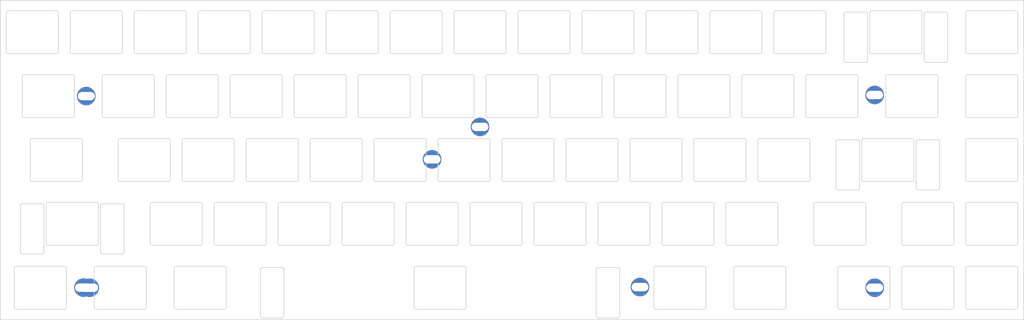
<source format=kicad_pcb>
(kicad_pcb (version 20211014) (generator pcbnew)
  (layers (0 "F.Cu" signal) (31 "B.Cu" signal) (34 "B.Paste" user) (35 "F.Paste" user) (36 "B.SilkS" user "B.Silkscreen") (37 "F.SilkS" user "F.Silkscreen") (38 "B.Mask" user) (39 "F.Mask" user) (44 "Edge.Cuts" user))
  (net 0 "")
  (net 1 "GND")
  (footprint "footprints:5.5_5x2.5mm" (layer "F.Cu") (at 26.625 85.725072)
    (fp_text reference "S8" hide)
    (fp_text value "Tofu screw")
    (pad "1" thru_hole circle locked (at 0 0) (size 5.5 5.5) (drill oval 5 2.5) (layers *.Cu *.Mask) (net 1 "GND"))
  )
  (footprint "footprints:5.5_5x2.5mm" (layer "F.Cu") (at 142.875 37.75)
    (fp_text reference "S7" hide)
    (fp_text value "Tofu screw")
    (pad "1" thru_hole circle locked (at 0 0) (size 5.5 5.5) (drill oval 5 2.5) (layers *.Cu *.Mask) (net 1 "GND"))
  )
  (footprint "footprints:5.5_5x2.5mm" (layer "F.Cu") (at 260.43 85.725072)
    (fp_text reference "S9" hide)
    (fp_text value "Tofu screw")
    (pad "1" thru_hole circle locked (at 0 0) (size 5.5 5.5) (drill oval 5 2.5) (layers *.Cu *.Mask) (net 1 "GND"))
  )
  (footprint "footprints:5.5_5x2.5mm" (layer "F.Cu") (at 260.425 28.22705)
    (fp_text reference "S2" hide)
    (fp_text value "Screw")
    (pad "1" thru_hole circle locked (at 0 0) (size 5.5 5.5) (drill oval 5 2.5) (layers *.Cu *.Mask) (net 1 "GND"))
  )
  (footprint "footprints:5.5_5x2.5mm" (layer "F.Cu") (at 25.6 28.575024)
    (fp_text reference "S1" hide)
    (fp_text value "Screw")
    (pad "1" thru_hole circle locked (at 0 0) (size 5.5 5.5) (drill oval 5 2.5) (layers *.Cu *.Mask) (net 1 "GND"))
  )
  (footprint "footprints:5.5_5x2.5mm" (layer "F.Cu") (at 128.587608 47.42504)
    (fp_text reference "S3" hide)
    (fp_text value "Screw")
    (pad "1" thru_hole circle (at 0 0) (size 5.5 5.5) (drill oval 5 2.5) (layers *.Cu *.Mask) (net 1 "GND"))
  )
  (footprint "footprints:5.5_5x2.5mm" (layer "F.Cu") (at 190.50016 85.525)
    (fp_text reference "S6" hide)
    (fp_text value "Screw")
    (pad "1" thru_hole circle locked (at 0 0) (size 5.5 5.5) (drill oval 5 2.5) (layers *.Cu *.Mask) (net 1 "GND"))
  )
  (footprint "footprints:5.5_5x2.5mm" (layer "F.Cu") (at 24.77 85.69)
    (fp_text reference "S8" hide)
    (fp_text value "Tofu screw")
    (pad "1" thru_hole circle locked (at 0 0) (size 5.5 5.5) (drill oval 5 2.5) (layers *.Cu *.Mask))
  )
  (gr_line (start 51.78125 79.825) (end 51.78125 91.625) (layer "Edge.Cuts") (width 0.2))
  (gr_arc (start 51.78125 79.825) (mid 51.927697 79.471447) (end 52.28125 79.325) (layer "Edge.Cuts") (width 0.2))
  (gr_arc (start 78.6875 60.275) (mid 79.041053 60.421447) (end 79.1875 60.775) (layer "Edge.Cuts") (width 0.2))
  (gr_arc (start 226.1125 54.025) (mid 225.758947 53.878553) (end 225.6125 53.525) (layer "Edge.Cuts") (width 0.2))
  (gr_arc (start 257.28125 60.275) (mid 257.634803 60.421447) (end 257.78125 60.775) (layer "Edge.Cuts") (width 0.2))
  (gr_arc (start 23.91875 41.225) (mid 24.272303 41.371447) (end 24.41875 41.725) (layer "Edge.Cuts") (width 0.2))
  (gr_line (start 174.4375 60.775) (end 174.4375 72.575) (layer "Edge.Cuts") (width 0.2))
  (gr_arc (start 212.0375 60.275) (mid 212.391053 60.421447) (end 212.5375 60.775) (layer "Edge.Cuts") (width 0.2))
  (gr_line (start 45.1375 60.275) (end 59.6375 60.275) (layer "Edge.Cuts") (width 0.2))
  (gr_arc (start 242.78125 73.075) (mid 242.427697 72.928553) (end 242.28125 72.575) (layer "Edge.Cuts") (width 0.2))
  (gr_arc (start 283.475 79.325) (mid 283.828553 79.471447) (end 283.975 79.825) (layer "Edge.Cuts") (width 0.2))
  (gr_line (start 259.45 15.925) (end 273.95 15.925) (layer "Edge.Cuts") (width 0.2))
  (gr_line (start 287.525 3.625) (end 287.525 15.425) (layer "Edge.Cuts") (width 0.2))
  (gr_arc (start 216.0875 60.775) (mid 216.233947 60.421447) (end 216.5875 60.275) (layer "Edge.Cuts") (width 0.2))
  (gr_arc (start 164.4125 41.225) (mid 164.766053 41.371447) (end 164.9125 41.725) (layer "Edge.Cuts") (width 0.2))
  (gr_arc (start 50.1125 41.225) (mid 50.466053 41.371447) (end 50.6125 41.725) (layer "Edge.Cuts") (width 0.2))
  (gr_line (start 97.525 3.125) (end 112.025 3.125) (layer "Edge.Cuts") (width 0.2))
  (gr_line (start 258.95 3.625) (end 258.95 15.425) (layer "Edge.Cuts") (width 0.2))
  (gr_arc (start 272.06875 53.525) (mid 271.922303 53.878553) (end 271.56875 54.025) (layer "Edge.Cuts") (width 0.2))
  (gr_line (start 207.0625 41.225) (end 221.5625 41.225) (layer "Edge.Cuts") (width 0.2))
  (gr_arc (start 287.525 60.775) (mid 287.671447 60.421447) (end 288.025 60.275) (layer "Edge.Cuts") (width 0.2))
  (gr_line (start 264.925 79.825) (end 264.925 91.625) (layer "Edge.Cuts") (width 0.2))
  (gr_arc (start 302.525 60.275) (mid 302.878553 60.421447) (end 303.025 60.775) (layer "Edge.Cuts") (width 0.2))
  (gr_line (start 88 22.175) (end 102.5 22.175) (layer "Edge.Cuts") (width 0.2))
  (gr_line (start 140.3875 73.075) (end 154.8875 73.075) (layer "Edge.Cuts") (width 0.2))
  (gr_arc (start 288.025 73.075) (mid 287.671447 72.928553) (end 287.525 72.575) (layer "Edge.Cuts") (width 0.2))
  (gr_arc (start 169.175 3.125) (mid 169.528553 3.271447) (end 169.675 3.625) (layer "Edge.Cuts") (width 0.2))
  (gr_arc (start 4.15625 79.825) (mid 4.302697 79.471447) (end 4.65625 79.325) (layer "Edge.Cuts") (width 0.2))
  (gr_arc (start 279.25675 41.625) (mid 279.610303 41.771447) (end 279.75675 42.125) (layer "Edge.Cuts") (width 0.2))
  (gr_line (start 45.1375 73.075) (end 59.6375 73.075) (layer "Edge.Cuts") (width 0.2))
  (gr_line (start 30.36925 75.675) (end 36.36925 75.675) (layer "Edge.Cuts") (width 0.2))
  (gr_arc (start 45.35 22.175) (mid 45.703553 22.321447) (end 45.85 22.675) (layer "Edge.Cuts") (width 0.2))
  (gr_line (start 88.7125 41.725) (end 88.7125 53.525) (layer "Edge.Cuts") (width 0.2))
  (gr_arc (start 64.1875 73.075) (mid 63.833947 72.928553) (end 63.6875 72.575) (layer "Edge.Cuts") (width 0.2))
  (gr_arc (start 187.5125 41.725) (mid 187.658947 41.371447) (end 188.0125 41.225) (layer "Edge.Cuts") (width 0.2))
  (gr_arc (start 225.6125 41.725) (mid 225.758947 41.371447) (end 226.1125 41.225) (layer "Edge.Cuts") (width 0.2))
  (gr_line (start 130.8625 41.225) (end 145.3625 41.225) (layer "Edge.Cuts") (width 0.2))
  (gr_line (start 64.1875 60.275) (end 78.6875 60.275) (layer "Edge.Cuts") (width 0.2))
  (gr_line (start 54.1625 41.725) (end 54.1625 53.525) (layer "Edge.Cuts") (width 0.2))
  (gr_arc (start 24.41875 53.525) (mid 24.272303 53.878553) (end 23.91875 54.025) (layer "Edge.Cuts") (width 0.2))
  (gr_line (start 230.375 3.625) (end 230.375 15.425) (layer "Edge.Cuts") (width 0.2))
  (gr_line (start 0 0) (end 304.8 0) (layer "Edge.Cuts") (width 0.2))
  (gr_line (start 288.025 92.125) (end 302.525 92.125) (layer "Edge.Cuts") (width 0.2))
  (gr_line (start 84.46875 80.225) (end 84.46875 94.225) (layer "Edge.Cuts") (width 0.2))
  (gr_arc (start 207.275 3.125) (mid 207.628553 3.271447) (end 207.775 3.625) (layer "Edge.Cuts") (width 0.2))
  (gr_line (start 240.4 34.975) (end 254.9 34.975) (layer "Edge.Cuts") (width 0.2))
  (gr_arc (start 158.9375 60.775) (mid 159.083947 60.421447) (end 159.4375 60.275) (layer "Edge.Cuts") (width 0.2))
  (gr_line (start 45.85 22.675) (end 45.85 34.475) (layer "Edge.Cuts") (width 0.2))
  (gr_arc (start 169.675 15.425) (mid 169.528553 15.778553) (end 169.175 15.925) (layer "Edge.Cuts") (width 0.2))
  (gr_arc (start 184.46875 94.225) (mid 184.322303 94.578553) (end 183.96875 94.725) (layer "Edge.Cuts") (width 0.2))
  (gr_line (start 230.875 3.125) (end 245.375 3.125) (layer "Edge.Cuts") (width 0.2))
  (gr_arc (start 258.95 3.625) (mid 259.096447 3.271447) (end 259.45 3.125) (layer "Edge.Cuts") (width 0.2))
  (gr_arc (start 144.65 22.675) (mid 144.796447 22.321447) (end 145.15 22.175) (layer "Edge.Cuts") (width 0.2))
  (gr_line (start 216.5875 60.275) (end 231.0875 60.275) (layer "Edge.Cuts") (width 0.2))
  (gr_line (start 221.35 34.975) (end 235.85 34.975) (layer "Edge.Cuts") (width 0.2))
  (gr_arc (start 111.3125 41.725) (mid 111.458947 41.371447) (end 111.8125 41.225) (layer "Edge.Cuts") (width 0.2))
  (gr_arc (start 29.86925 61.175) (mid 30.015697 60.821447) (end 30.36925 60.675) (layer "Edge.Cuts") (width 0.2))
  (gr_line (start 20.825 3.625) (end 20.825 15.425) (layer "Edge.Cuts") (width 0.2))
  (gr_arc (start 116.575 15.925) (mid 116.221447 15.778553) (end 116.075 15.425) (layer "Edge.Cuts") (width 0.2))
  (gr_line (start 173.225 3.625) (end 173.225 15.425) (layer "Edge.Cuts") (width 0.2))
  (gr_arc (start 107.7625 53.525) (mid 107.616053 53.878553) (end 107.2625 54.025) (layer "Edge.Cuts") (width 0.2))
  (gr_arc (start 218.46875 79.825) (mid 218.615197 79.471447) (end 218.96875 79.325) (layer "Edge.Cuts") (width 0.2))
  (gr_arc (start 150.125 3.125) (mid 150.478553 3.271447) (end 150.625 3.625) (layer "Edge.Cuts") (width 0.2))
  (gr_line (start 164.9125 41.725) (end 164.9125 53.525) (layer "Edge.Cuts") (width 0.2))
  (gr_line (start 69.6625 41.725) (end 69.6625 53.525) (layer "Edge.Cuts") (width 0.2))
  (gr_arc (start 103 34.475) (mid 102.853553 34.828553) (end 102.5 34.975) (layer "Edge.Cuts") (width 0.2))
  (gr_line (start 29.86925 61.175) (end 29.86925 75.175) (layer "Edge.Cuts") (width 0.2))
  (gr_line (start 1.775 3.625) (end 1.775 15.425) (layer "Edge.Cuts") (width 0.2))
  (gr_arc (start 288.025 34.975) (mid 287.671447 34.828553) (end 287.525 34.475) (layer "Edge.Cuts") (width 0.2))
  (gr_line (start 121.3375 60.275) (end 135.8375 60.275) (layer "Edge.Cuts") (width 0.2))
  (gr_arc (start 183.9625 53.525) (mid 183.816053 53.878553) (end 183.4625 54.025) (layer "Edge.Cuts") (width 0.2))
  (gr_line (start 202.3 34.975) (end 216.8 34.975) (layer "Edge.Cuts") (width 0.2))
  (gr_arc (start 230.875 15.925) (mid 230.521447 15.778553) (end 230.375 15.425) (layer "Edge.Cuts") (width 0.2))
  (gr_arc (start 111.8125 54.025) (mid 111.458947 53.878553) (end 111.3125 53.525) (layer "Edge.Cuts") (width 0.2))
  (gr_arc (start 240.6125 41.225) (mid 240.966053 41.371447) (end 241.1125 41.725) (layer "Edge.Cuts") (width 0.2))
  (gr_line (start 43.46875 79.825) (end 43.46875 91.625) (layer "Edge.Cuts") (width 0.2))
  (gr_arc (start 35.6125 54.025) (mid 35.258947 53.878553) (end 35.1125 53.525) (layer "Edge.Cuts") (width 0.2))
  (gr_arc (start 197.5375 73.075) (mid 197.183947 72.928553) (end 197.0375 72.575) (layer "Edge.Cuts") (width 0.2))
  (gr_arc (start 36.86925 75.175) (mid 36.722803 75.528553) (end 36.36925 75.675) (layer "Edge.Cuts") (width 0.2))
  (gr_line (start 92.7625 41.225) (end 107.2625 41.225) (layer "Edge.Cuts") (width 0.2))
  (gr_arc (start 263.7125 22.675) (mid 263.858947 22.321447) (end 264.2125 22.175) (layer "Edge.Cuts") (width 0.2))
  (gr_line (start 21.325 3.125) (end 35.825 3.125) (layer "Edge.Cuts") (width 0.2))
  (gr_line (start 231.5875 60.775) (end 231.5875 72.575) (layer "Edge.Cuts") (width 0.2))
  (gr_line (start 0 95.25) (end 0 0) (layer "Edge.Cuts") (width 0.2))
  (gr_arc (start 178.4875 73.075) (mid 178.133947 72.928553) (end 177.9875 72.575) (layer "Edge.Cuts") (width 0.2))
  (gr_arc (start 177.96875 94.725) (mid 177.615197 94.578553) (end 177.46875 94.225) (layer "Edge.Cuts") (width 0.2))
  (gr_line (start 268.975 60.275) (end 283.475 60.275) (layer "Edge.Cuts") (width 0.2))
  (gr_line (start 217.3 22.675) (end 217.3 34.475) (layer "Edge.Cuts") (width 0.2))
  (gr_arc (start 14.18125 73.075) (mid 13.827697 72.928553) (end 13.68125 72.575) (layer "Edge.Cuts") (width 0.2))
  (gr_arc (start 283.975 72.575) (mid 283.828553 72.928553) (end 283.475 73.075) (layer "Edge.Cuts") (width 0.2))
  (gr_line (start 264.2125 22.175) (end 278.7125 22.175) (layer "Edge.Cuts") (width 0.2))
  (gr_line (start 111.8125 41.225) (end 126.3125 41.225) (layer "Edge.Cuts") (width 0.2))
  (gr_line (start 288.025 22.175) (end 302.525 22.175) (layer "Edge.Cuts") (width 0.2))
  (gr_arc (start 19.15625 79.325) (mid 19.509803 79.471447) (end 19.65625 79.825) (layer "Edge.Cuts") (width 0.2))
  (gr_line (start 159.4375 73.075) (end 173.9375 73.075) (layer "Edge.Cuts") (width 0.2))
  (gr_line (start 283.975 60.775) (end 283.975 72.575) (layer "Edge.Cuts") (width 0.2))
  (gr_line (start 263.7125 22.675) (end 263.7125 34.475) (layer "Edge.Cuts") (width 0.2))
  (gr_line (start 220.85 22.675) (end 220.85 34.475) (layer "Edge.Cuts") (width 0.2))
  (gr_arc (start 29.18125 72.575) (mid 29.034803 72.928553) (end 28.68125 73.075) (layer "Edge.Cuts") (width 0.2))
  (gr_arc (start 274.45 15.425) (mid 274.303553 15.778553) (end 273.95 15.925) (layer "Edge.Cuts") (width 0.2))
  (gr_line (start 182.75 22.675) (end 182.75 34.475) (layer "Edge.Cuts") (width 0.2))
  (gr_line (start 4.65625 79.325) (end 19.15625 79.325) (layer "Edge.Cuts") (width 0.2))
  (gr_line (start 183.25 22.175) (end 197.75 22.175) (layer "Edge.Cuts") (width 0.2))
  (gr_line (start 164.2 34.975) (end 178.7 34.975) (layer "Edge.Cuts") (width 0.2))
  (gr_arc (start 35.1125 41.725) (mid 35.258947 41.371447) (end 35.6125 41.225) (layer "Edge.Cuts") (width 0.2))
  (gr_line (start 5.99325 61.175) (end 5.99325 75.175) (layer "Edge.Cuts") (width 0.2))
  (gr_line (start 256.56875 41.725) (end 256.56875 53.525) (layer "Edge.Cuts") (width 0.2))
  (gr_line (start 304.8 95.25) (end 304.8 0) (layer "Edge.Cuts") (width 0.2))
  (gr_line (start 14.18125 60.275) (end 28.68125 60.275) (layer "Edge.Cuts") (width 0.2))
  (gr_line (start 303.025 79.825) (end 303.025 91.625) (layer "Edge.Cuts") (width 0.2))
  (gr_arc (start 54.1625 41.725) (mid 54.308947 41.371447) (end 54.6625 41.225) (layer "Edge.Cuts") (width 0.2))
  (gr_line (start 123.21875 79.825) (end 123.21875 91.625) (layer "Edge.Cuts") (width 0.2))
  (gr_arc (start 59.6375 60.275) (mid 59.991053 60.421447) (end 60.1375 60.775) (layer "Edge.Cuts") (width 0.2))
  (gr_arc (start 222.0625 53.525) (mid 221.916053 53.878553) (end 221.5625 54.025) (layer "Edge.Cuts") (width 0.2))
  (gr_line (start 138.71875 79.825) (end 138.71875 91.625) (layer "Edge.Cuts") (width 0.2))
  (gr_arc (start 87.5 22.675) (mid 87.646447 22.321447) (end 88 22.175) (layer "Edge.Cuts") (width 0.2))
  (gr_line (start 130.3625 41.725) (end 130.3625 53.525) (layer "Edge.Cuts") (width 0.2))
  (gr_line (start 93.475 3.625) (end 93.475 15.425) (layer "Edge.Cuts") (width 0.2))
  (gr_line (start 54.6625 41.225) (end 69.1625 41.225) (layer "Edge.Cuts") (width 0.2))
  (gr_arc (start 131.575 15.425) (mid 131.428553 15.778553) (end 131.075 15.925) (layer "Edge.Cuts") (width 0.2))
  (gr_arc (start 160.15 34.475) (mid 160.003553 34.828553) (end 159.65 34.975) (layer "Edge.Cuts") (width 0.2))
  (gr_line (start 144.65 22.675) (end 144.65 34.475) (layer "Edge.Cuts") (width 0.2))
  (gr_arc (start 8.91875 41.725) (mid 9.065197 41.371447) (end 9.41875 41.225) (layer "Edge.Cuts") (width 0.2))
  (gr_arc (start 126.1 34.975) (mid 125.746447 34.828553) (end 125.6 34.475) (layer "Edge.Cuts") (width 0.2))
  (gr_arc (start 183.25 34.975) (mid 182.896447 34.828553) (end 182.75 34.475) (layer "Edge.Cuts") (width 0.2))
  (gr_arc (start 58.925 3.625) (mid 59.071447 3.271447) (end 59.425 3.125) (layer "Edge.Cuts") (width 0.2))
  (gr_arc (start 117.2875 72.575) (mid 117.141053 72.928553) (end 116.7875 73.075) (layer "Edge.Cuts") (width 0.2))
  (gr_line (start 279.75675 42.125) (end 279.75675 56.125) (layer "Edge.Cuts") (width 0.2))
  (gr_arc (start 268.975 73.075) (mid 268.621447 72.928553) (end 268.475 72.575) (layer "Edge.Cuts") (width 0.2))
  (gr_line (start 173.725 3.125) (end 188.225 3.125) (layer "Edge.Cuts") (width 0.2))
  (gr_arc (start 195.15625 92.125) (mid 194.802697 91.978553) (end 194.65625 91.625) (layer "Edge.Cuts") (width 0.2))
  (gr_line (start 195.15625 79.325) (end 209.65625 79.325) (layer "Edge.Cuts") (width 0.2))
  (gr_arc (start 168.4625 41.725) (mid 168.608947 41.371447) (end 168.9625 41.225) (layer "Edge.Cuts") (width 0.2))
  (gr_arc (start 212.5375 72.575) (mid 212.391053 72.928553) (end 212.0375 73.075) (layer "Edge.Cuts") (width 0.2))
  (gr_arc (start 251.762 18.525) (mid 251.408447 18.378553) (end 251.262 18.025) (layer "Edge.Cuts") (width 0.2))
  (gr_arc (start 36.36925 60.675) (mid 36.722803 60.821447) (end 36.86925 61.175) (layer "Edge.Cuts") (width 0.2))
  (gr_arc (start 45.1375 73.075) (mid 44.783947 72.928553) (end 44.6375 72.575) (layer "Edge.Cuts") (width 0.2))
  (gr_arc (start 303.025 15.425) (mid 302.878553 15.778553) (end 302.525 15.925) (layer "Edge.Cuts") (width 0.2))
  (gr_line (start 216.0875 60.775) (end 216.0875 72.575) (layer "Edge.Cuts") (width 0.2))
  (gr_arc (start 77.46875 80.225) (mid 77.615197 79.871447) (end 77.96875 79.725) (layer "Edge.Cuts") (width 0.2))
  (gr_arc (start 268.975 92.125) (mid 268.621447 91.978553) (end 268.475 91.625) (layer "Edge.Cuts") (width 0.2))
  (gr_line (start 149.9125 41.225) (end 164.4125 41.225) (layer "Edge.Cuts") (width 0.2))
  (gr_line (start 121.3375 73.075) (end 135.8375 73.075) (layer "Edge.Cuts") (width 0.2))
  (gr_arc (start 92.975 3.125) (mid 93.328553 3.271447) (end 93.475 3.625) (layer "Edge.Cuts") (width 0.2))
  (gr_line (start 135.625 3.125) (end 150.125 3.125) (layer "Edge.Cuts") (width 0.2))
  (gr_line (start 17.275 3.625) (end 17.275 15.425) (layer "Edge.Cuts") (width 0.2))
  (gr_arc (start 67.28125 91.625) (mid 67.134803 91.978553) (end 66.78125 92.125) (layer "Edge.Cuts") (width 0.2))
  (gr_line (start 68.95 34.975) (end 83.45 34.975) (layer "Edge.Cuts") (width 0.2))
  (gr_line (start 116.075 3.625) (end 116.075 15.425) (layer "Edge.Cuts") (width 0.2))
  (gr_line (start 230.875 15.925) (end 245.375 15.925) (layer "Edge.Cuts") (width 0.2))
  (gr_line (start 63.6875 60.775) (end 63.6875 72.575) (layer "Edge.Cuts") (width 0.2))
  (gr_line (start 141.1 22.675) (end 141.1 34.475) (layer "Edge.Cuts") (width 0.2))
  (gr_line (start 164.2 22.175) (end 178.7 22.175) (layer "Edge.Cuts") (width 0.2))
  (gr_arc (start 173.9375 60.275) (mid 174.291053 60.421447) (end 174.4375 60.775) (layer "Edge.Cuts") (width 0.2))
  (gr_line (start 40.375 15.925) (end 54.875 15.925) (layer "Edge.Cuts") (width 0.2))
  (gr_line (start 287.525 60.775) (end 287.525 72.575) (layer "Edge.Cuts") (width 0.2))
  (gr_arc (start 123.21875 79.825) (mid 123.365197 79.471447) (end 123.71875 79.325) (layer "Edge.Cuts") (width 0.2))
  (gr_line (start 258.262 4.025) (end 258.262 18.025) (layer "Edge.Cuts") (width 0.2))
  (gr_line (start 239.9 22.675) (end 239.9 34.475) (layer "Edge.Cuts") (width 0.2))
  (gr_line (start 288.025 79.325) (end 302.525 79.325) (layer "Edge.Cuts") (width 0.2))
  (gr_arc (start 178.7 22.175) (mid 179.053553 22.321447) (end 179.2 22.675) (layer "Edge.Cuts") (width 0.2))
  (gr_arc (start 92.2625 41.725) (mid 92.408947 41.371447) (end 92.7625 41.225) (layer "Edge.Cuts") (width 0.2))
  (gr_line (start 27.96875 79.825) (end 27.96875 91.625) (layer "Edge.Cuts") (width 0.2))
  (gr_arc (start 28.68125 60.275) (mid 29.034803 60.421447) (end 29.18125 60.775) (layer "Edge.Cuts") (width 0.2))
  (gr_arc (start 173.725 15.925) (mid 173.371447 15.778553) (end 173.225 15.425) (layer "Edge.Cuts") (width 0.2))
  (gr_arc (start 288.025 92.125) (mid 287.671447 91.978553) (end 287.525 91.625) (layer "Edge.Cuts") (width 0.2))
  (gr_line (start 77.46875 80.225) (end 77.46875 94.225) (layer "Edge.Cuts") (width 0.2))
  (gr_arc (start 82.7375 60.775) (mid 82.883947 60.421447) (end 83.2375 60.275) (layer "Edge.Cuts") (width 0.2))
  (gr_line (start 226.1125 54.025) (end 240.6125 54.025) (layer "Edge.Cuts") (width 0.2))
  (gr_line (start 49.9 34.975) (end 64.4 34.975) (layer "Edge.Cuts") (width 0.2))
  (gr_arc (start 268.475 60.775) (mid 268.621447 60.421447) (end 268.975 60.275) (layer "Edge.Cuts") (width 0.2))
  (gr_arc (start 235.85 22.175) (mid 236.203553 22.321447) (end 236.35 22.675) (layer "Edge.Cuts") (width 0.2))
  (gr_arc (start 278.7125 22.175) (mid 279.066053 22.321447) (end 279.2125 22.675) (layer "Edge.Cuts") (width 0.2))
  (gr_arc (start 83.96875 79.725) (mid 84.322303 79.871447) (end 84.46875 80.225) (layer "Edge.Cuts") (width 0.2))
  (gr_line (start 272.06875 41.725) (end 272.06875 53.525) (layer "Edge.Cuts") (width 0.2))
  (gr_arc (start 271.56875 41.225) (mid 271.922303 41.371447) (end 272.06875 41.725) (layer "Edge.Cuts") (width 0.2))
  (gr_line (start 7.0375 34.975) (end 21.5375 34.975) (layer "Edge.Cuts") (width 0.2))
  (gr_arc (start 216.5875 73.075) (mid 216.233947 72.928553) (end 216.0875 72.575) (layer "Edge.Cuts") (width 0.2))
  (gr_arc (start 202.5125 41.225) (mid 202.866053 41.371447) (end 203.0125 41.725) (layer "Edge.Cuts") (width 0.2))
  (gr_arc (start 13.68125 60.775) (mid 13.827697 60.421447) (end 14.18125 60.275) (layer "Edge.Cuts") (width 0.2))
  (gr_line (start 233.96875 79.825) (end 233.96875 91.625) (layer "Edge.Cuts") (width 0.2))
  (gr_arc (start 126.8125 53.525) (mid 126.666053 53.878553) (end 126.3125 54.025) (layer "Edge.Cuts") (width 0.2))
  (gr_line (start 183.25 34.975) (end 197.75 34.975) (layer "Edge.Cuts") (width 0.2))
  (gr_arc (start 283.475 60.275) (mid 283.828553 60.421447) (end 283.975 60.775) (layer "Edge.Cuts") (width 0.2))
  (gr_line (start 24.41875 41.725) (end 24.41875 53.525) (layer "Edge.Cuts") (width 0.2))
  (gr_line (start 82.7375 60.775) (end 82.7375 72.575) (layer "Edge.Cuts") (width 0.2))
  (gr_arc (start 302.525 22.175) (mid 302.878553 22.321447) (end 303.025 22.675) (layer "Edge.Cuts") (width 0.2))
  (gr_arc (start 92.7625 54.025) (mid 92.408947 53.878553) (end 92.2625 53.525) (layer "Edge.Cuts") (width 0.2))
  (gr_arc (start 240.4 34.975) (mid 240.046447 34.828553) (end 239.9 34.475) (layer "Edge.Cuts") (width 0.2))
  (gr_line (start 154.675 15.925) (end 169.175 15.925) (layer "Edge.Cuts") (width 0.2))
  (gr_line (start 92.2625 41.725) (end 92.2625 53.525) (layer "Edge.Cuts") (width 0.2))
  (gr_line (start 222.0625 41.725) (end 222.0625 53.525) (layer "Edge.Cuts") (width 0.2))
  (gr_arc (start 264.925 91.625) (mid 264.778553 91.978553) (end 264.425 92.125) (layer "Edge.Cuts") (width 0.2))
  (gr_line (start 40.375 3.125) (end 54.875 3.125) (layer "Edge.Cuts") (width 0.2))
  (gr_line (start 192.775 15.925) (end 207.275 15.925) (layer "Edge.Cuts") (width 0.2))
  (gr_line (start 273.25675 56.625) (end 279.25675 56.625) (layer "Edge.Cuts") (width 0.2))
  (gr_arc (start 116.075 3.625) (mid 116.221447 3.271447) (end 116.575 3.125) (layer "Edge.Cuts") (width 0.2))
  (gr_line (start 207.0625 54.025) (end 221.5625 54.025) (layer "Edge.Cuts") (width 0.2))
  (gr_line (start 77.96875 94.725) (end 83.96875 94.725) (layer "Edge.Cuts") (width 0.2))
  (gr_arc (start 121.55 22.175) (mid 121.903553 22.321447) (end 122.05 22.675) (layer "Edge.Cuts") (width 0.2))
  (gr_line (start 287.525 22.675) (end 287.525 34.475) (layer "Edge.Cuts") (width 0.2))
  (gr_arc (start 120.8375 60.775) (mid 120.983947 60.421447) (end 121.3375 60.275) (layer "Edge.Cuts") (width 0.2))
  (gr_line (start 149.9125 54.025) (end 164.4125 54.025) (layer "Edge.Cuts") (width 0.2))
  (gr_arc (start 73.925 3.125) (mid 74.278553 3.271447) (end 74.425 3.625) (layer "Edge.Cuts") (width 0.2))
  (gr_arc (start 22.0375 34.475) (mid 21.891053 34.828553) (end 21.5375 34.975) (layer "Edge.Cuts") (width 0.2))
  (gr_line (start 287.525 41.725) (end 287.525 53.525) (layer "Edge.Cuts") (width 0.2))
  (gr_line (start 131.575 3.625) (end 131.575 15.425) (layer "Edge.Cuts") (width 0.2))
  (gr_line (start 303.025 41.725) (end 303.025 53.525) (layer "Edge.Cuts") (width 0.2))
  (gr_line (start 268.475 60.775) (end 268.475 72.575) (layer "Edge.Cuts") (width 0.2))
  (gr_line (start 288.025 15.925) (end 302.525 15.925) (layer "Edge.Cuts") (width 0.2))
  (gr_arc (start 242.28125 60.775) (mid 242.427697 60.421447) (end 242.78125 60.275) (layer "Edge.Cuts") (width 0.2))
  (gr_arc (start 139.8875 60.775) (mid 140.033947 60.421447) (end 140.3875 60.275) (layer "Edge.Cuts") (width 0.2))
  (gr_line (start 97.525 15.925) (end 112.025 15.925) (layer "Edge.Cuts") (width 0.2))
  (gr_line (start 30.85 34.975) (end 45.35 34.975) (layer "Edge.Cuts") (width 0.2))
  (gr_arc (start 145.3625 41.225) (mid 145.716053 41.371447) (end 145.8625 41.725) (layer "Edge.Cuts") (width 0.2))
  (gr_line (start 197.5375 60.275) (end 212.0375 60.275) (layer "Edge.Cuts") (width 0.2))
  (gr_arc (start 93.475 15.425) (mid 93.328553 15.778553) (end 92.975 15.925) (layer "Edge.Cuts") (width 0.2))
  (gr_line (start 193.4875 60.775) (end 193.4875 72.575) (layer "Edge.Cuts") (width 0.2))
  (gr_line (start 155.3875 60.775) (end 155.3875 72.575) (layer "Edge.Cuts") (width 0.2))
  (gr_arc (start 201.8 22.675) (mid 201.946447 22.321447) (end 202.3 22.175) (layer "Edge.Cuts") (width 0.2))
  (gr_line (start 28.46875 79.325) (end 42.96875 79.325) (layer "Edge.Cuts") (width 0.2))
  (gr_arc (start 287.525 41.725) (mid 287.671447 41.371447) (end 288.025 41.225) (layer "Edge.Cuts") (width 0.2))
  (gr_line (start 216.5875 73.075) (end 231.0875 73.075) (layer "Edge.Cuts") (width 0.2))
  (gr_line (start 64.1875 73.075) (end 78.6875 73.075) (layer "Edge.Cuts") (width 0.2))
  (gr_line (start 149.4125 41.725) (end 149.4125 53.525) (layer "Edge.Cuts") (width 0.2))
  (gr_arc (start 73.7125 54.025) (mid 73.358947 53.878553) (end 73.2125 53.525) (layer "Edge.Cuts") (width 0.2))
  (gr_arc (start 101.7875 60.775) (mid 101.933947 60.421447) (end 102.2875 60.275) (layer "Edge.Cuts") (width 0.2))
  (gr_arc (start 275.638 18.525) (mid 275.284447 18.378553) (end 275.138 18.025) (layer "Edge.Cuts") (width 0.2))
  (gr_arc (start 21.325 15.925) (mid 20.971447 15.778553) (end 20.825 15.425) (layer "Edge.Cuts") (width 0.2))
  (gr_arc (start 77.96875 94.725) (mid 77.615197 94.578553) (end 77.46875 94.225) (layer "Edge.Cuts") (width 0.2))
  (gr_arc (start 77.975 3.625) (mid 78.121447 3.271447) (end 78.475 3.125) (layer "Edge.Cuts") (width 0.2))
  (gr_arc (start 287.525 79.825) (mid 287.671447 79.471447) (end 288.025 79.325) (layer "Edge.Cuts") (width 0.2))
  (gr_line (start 83.2375 73.075) (end 97.7375 73.075) (layer "Edge.Cuts") (width 0.2))
  (gr_line (start 221.35 22.175) (end 235.85 22.175) (layer "Edge.Cuts") (width 0.2))
  (gr_arc (start 60.1375 72.575) (mid 59.991053 72.928553) (end 59.6375 73.075) (layer "Edge.Cuts") (width 0.2))
  (gr_line (start 154.175 3.625) (end 154.175 15.425) (layer "Edge.Cuts") (width 0.2))
  (gr_arc (start 30.36925 75.675) (mid 30.015697 75.528553) (end 29.86925 75.175) (layer "Edge.Cuts") (width 0.2))
  (gr_arc (start 168.9625 54.025) (mid 168.608947 53.878553) (end 168.4625 53.525) (layer "Edge.Cuts") (width 0.2))
  (gr_line (start 116.575 3.125) (end 131.075 3.125) (layer "Edge.Cuts") (width 0.2))
  (gr_arc (start 6.5375 22.675) (mid 6.683947 22.321447) (end 7.0375 22.175) (layer "Edge.Cuts") (width 0.2))
  (gr_arc (start 303.025 34.475) (mid 302.878553 34.828553) (end 302.525 34.975) (layer "Edge.Cuts") (width 0.2))
  (gr_line (start 52.28125 79.325) (end 66.78125 79.325) (layer "Edge.Cuts") (width 0.2))
  (gr_arc (start 174.4375 72.575) (mid 174.291053 72.928553) (end 173.9375 73.075) (layer "Edge.Cuts") (width 0.2))
  (gr_arc (start 255.88075 56.125) (mid 255.734303 56.478553) (end 255.38075 56.625) (layer "Edge.Cuts") (width 0.2))
  (gr_line (start 68.95 22.175) (end 83.45 22.175) (layer "Edge.Cuts") (width 0.2))
  (gr_arc (start 230.375 3.625) (mid 230.521447 3.271447) (end 230.875 3.125) (layer "Edge.Cuts") (width 0.2))
  (gr_line (start 264.2125 34.975) (end 278.7125 34.975) (layer "Edge.Cuts") (width 0.2))
  (gr_line (start 212.5375 60.775) (end 212.5375 72.575) (layer "Edge.Cuts") (width 0.2))
  (gr_arc (start 131.075 3.125) (mid 131.428553 3.271447) (end 131.575 3.625) (layer "Edge.Cuts") (width 0.2))
  (gr_line (start 126.8125 41.725) (end 126.8125 53.525) (layer "Edge.Cuts") (width 0.2))
  (gr_arc (start 159.4375 73.075) (mid 159.083947 72.928553) (end 158.9375 72.575) (layer "Edge.Cuts") (width 0.2))
  (gr_arc (start 221.5625 41.225) (mid 221.916053 41.371447) (end 222.0625 41.725) (layer "Edge.Cuts") (width 0.2))
  (gr_line (start 117.2875 60.775) (end 117.2875 72.575) (layer "Edge.Cuts") (width 0.2))
  (gr_arc (start 177.46875 80.225) (mid 177.615197 79.871447) (end 177.96875 79.725) (layer "Edge.Cuts") (width 0.2))
  (gr_line (start 288.025 34.975) (end 302.525 34.975) (layer "Edge.Cuts") (width 0.2))
  (gr_arc (start 45.85 34.475) (mid 45.703553 34.828553) (end 45.35 34.975) (layer "Edge.Cuts") (width 0.2))
  (gr_line (start 122.05 22.675) (end 122.05 34.475) (layer "Edge.Cuts") (width 0.2))
  (gr_arc (start 64.9 34.475) (mid 64.753553 34.828553) (end 64.4 34.975) (layer "Edge.Cuts") (width 0.2))
  (gr_line (start 275.138 4.025) (end 275.138 18.025) (layer "Edge.Cuts") (width 0.2))
  (gr_arc (start 107.05 34.975) (mid 106.696447 34.828553) (end 106.55 34.475) (layer "Edge.Cuts") (width 0.2))
  (gr_arc (start 198.25 34.475) (mid 198.103553 34.828553) (end 197.75 34.975) (layer "Edge.Cuts") (width 0.2))
  (gr_arc (start 5.99325 61.175) (mid 6.139697 60.821447) (end 6.49325 60.675) (layer "Edge.Cuts") (width 0.2))
  (gr_arc (start 50.6125 53.525) (mid 50.466053 53.878553) (end 50.1125 54.025) (layer "Edge.Cuts") (width 0.2))
  (gr_arc (start 6.49325 75.675) (mid 6.139697 75.528553) (end 5.99325 75.175) (layer "Edge.Cuts") (width 0.2))
  (gr_line (start 111.3125 41.725) (end 111.3125 53.525) (layer "Edge.Cuts") (width 0.2))
  (gr_line (start 123.71875 79.325) (end 138.21875 79.325) (layer "Edge.Cuts") (width 0.2))
  (gr_line (start 30.85 22.175) (end 45.35 22.175) (layer "Edge.Cuts") (width 0.2))
  (gr_line (start 303.025 60.775) (end 303.025 72.575) (layer "Edge.Cuts") (width 0.2))
  (gr_line (start 198.25 22.675) (end 198.25 34.475) (layer "Edge.Cuts") (width 0.2))
  (gr_line (start 249.425 79.825) (end 249.425 91.625) (layer "Edge.Cuts") (width 0.2))
  (gr_arc (start 288.025 15.925) (mid 287.671447 15.778553) (end 287.525 15.425) (layer "Edge.Cuts") (width 0.2))
  (gr_line (start 36.86925 61.175) (end 36.86925 75.175) (layer "Edge.Cuts") (width 0.2))
  (gr_line (start 178.4875 60.275) (end 192.9875 60.275) (layer "Edge.Cuts") (width 0.2))
  (gr_line (start 225.6125 41.725) (end 225.6125 53.525) (layer "Edge.Cuts") (width 0.2))
  (gr_line (start 303.025 22.675) (end 303.025 34.475) (layer "Edge.Cuts") (width 0.2))
  (gr_arc (start 4.65625 92.125) (mid 4.302697 91.978553) (end 4.15625 91.625) (layer "Edge.Cuts") (width 0.2))
  (gr_line (start 194.65625 79.825) (end 194.65625 91.625) (layer "Edge.Cuts") (width 0.2))
  (gr_line (start 4.15625 79.825) (end 4.15625 91.625) (layer "Edge.Cuts") (width 0.2))
  (gr_line (start 210.15625 79.825) (end 210.15625 91.625) (layer "Edge.Cuts") (width 0.2))
  (gr_line (start 68.45 22.675) (end 68.45 34.475) (layer "Edge.Cuts") (width 0.2))
  (gr_arc (start 154.175 3.625) (mid 154.321447 3.271447) (end 154.675 3.125) (layer "Edge.Cuts") (width 0.2))
  (gr_arc (start 279.75675 56.125) (mid 279.610303 56.478553) (end 279.25675 56.625) (layer "Edge.Cuts") (width 0.2))
  (gr_line (start 6.49325 60.675) (end 12.49325 60.675) (layer "Edge.Cuts") (width 0.2))
  (gr_arc (start 258.262 18.025) (mid 258.115553 18.378553) (end 257.762 18.525) (layer "Edge.Cuts") (width 0.2))
  (gr_line (start 288.025 3.125) (end 302.525 3.125) (layer "Edge.Cuts") (width 0.2))
  (gr_arc (start 12.49325 60.675) (mid 12.846803 60.821447) (end 12.99325 61.175) (layer "Edge.Cuts") (width 0.2))
  (gr_arc (start 303.025 91.625) (mid 302.878553 91.978553) (end 302.525 92.125) (layer "Edge.Cuts") (width 0.2))
  (gr_arc (start 249.925 92.125) (mid 249.571447 91.978553) (end 249.425 91.625) (layer "Edge.Cuts") (width 0.2))
  (gr_line (start 126.1 22.175) (end 140.6 22.175) (layer "Edge.Cuts") (width 0.2))
  (gr_line (start 78.475 3.125) (end 92.975 3.125) (layer "Edge.Cuts") (width 0.2))
  (gr_line (start 101.7875 60.775) (end 101.7875 72.575) (layer "Edge.Cuts") (width 0.2))
  (gr_arc (start 69.6625 53.525) (mid 69.516053 53.878553) (end 69.1625 54.025) (layer "Edge.Cuts") (width 0.2))
  (gr_line (start 274.45 3.625) (end 274.45 15.425) (layer "Edge.Cuts") (width 0.2))
  (gr_line (start 197.5375 73.075) (end 212.0375 73.075) (layer "Edge.Cuts") (width 0.2))
  (gr_arc (start 154.8875 60.275) (mid 155.241053 60.421447) (end 155.3875 60.775) (layer "Edge.Cuts") (width 0.2))
  (gr_line (start 145.15 34.975) (end 159.65 34.975) (layer "Edge.Cuts") (width 0.2))
  (gr_arc (start 188.0125 54.025) (mid 187.658947 53.878553) (end 187.5125 53.525) (layer "Edge.Cuts") (width 0.2))
  (gr_line (start 241.1125 41.725) (end 241.1125 53.525) (layer "Edge.Cuts") (width 0.2))
  (gr_line (start 67.28125 79.825) (end 67.28125 91.625) (layer "Edge.Cuts") (width 0.2))
  (gr_arc (start 188.225 3.125) (mid 188.578553 3.271447) (end 188.725 3.625) (layer "Edge.Cuts") (width 0.2))
  (gr_arc (start 7.0375 34.975) (mid 6.683947 34.828553) (end 6.5375 34.475) (layer "Edge.Cuts") (width 0.2))
  (gr_line (start 35.6125 41.225) (end 50.1125 41.225) (layer "Edge.Cuts") (width 0.2))
  (gr_arc (start 236.35 34.475) (mid 236.203553 34.828553) (end 235.85 34.975) (layer "Edge.Cuts") (width 0.2))
  (gr_line (start 268.975 92.125) (end 283.475 92.125) (layer "Edge.Cuts") (width 0.2))
  (gr_arc (start 30.35 22.675) (mid 30.496447 22.321447) (end 30.85 22.175) (layer "Edge.Cuts") (width 0.2))
  (gr_line (start 183.9625 41.725) (end 183.9625 53.525) (layer "Edge.Cuts") (width 0.2))
  (gr_line (start 201.8 22.675) (end 201.8 34.475) (layer "Edge.Cuts") (width 0.2))
  (gr_line (start 135.625 15.925) (end 150.125 15.925) (layer "Edge.Cuts") (width 0.2))
  (gr_arc (start 155.3875 72.575) (mid 155.241053 72.928553) (end 154.8875 73.075) (layer "Edge.Cuts") (width 0.2))
  (gr_line (start 268.975 73.075) (end 283.475 73.075) (layer "Edge.Cuts") (width 0.2))
  (gr_line (start 52.28125 92.125) (end 66.78125 92.125) (layer "Edge.Cuts") (width 0.2))
  (gr_arc (start 68.45 22.675) (mid 68.596447 22.321447) (end 68.95 22.175) (layer "Edge.Cuts") (width 0.2))
  (gr_line (start 120.8375 60.775) (end 120.8375 72.575) (layer "Edge.Cuts") (width 0.2))
  (gr_arc (start 273.95 3.125) (mid 274.303553 3.271447) (end 274.45 3.625) (layer "Edge.Cuts") (width 0.2))
  (gr_arc (start 97.525 15.925) (mid 97.171447 15.778553) (end 97.025 15.425) (layer "Edge.Cuts") (width 0.2))
  (gr_arc (start 116.7875 60.275) (mid 117.141053 60.421447) (end 117.2875 60.775) (layer "Edge.Cuts") (width 0.2))
  (gr_line (start 107.05 34.975) (end 121.55 34.975) (layer "Edge.Cuts") (width 0.2))
  (gr_line (start 288.025 60.275) (end 302.525 60.275) (layer "Edge.Cuts") (width 0.2))
  (gr_arc (start 193.4875 72.575) (mid 193.341053 72.928553) (end 192.9875 73.075) (layer "Edge.Cuts") (width 0.2))
  (gr_line (start 28.46875 92.125) (end 42.96875 92.125) (layer "Edge.Cuts") (width 0.2))
  (gr_line (start 106.55 22.675) (end 106.55 34.475) (layer "Edge.Cuts") (width 0.2))
  (gr_arc (start 88 34.975) (mid 87.646447 34.828553) (end 87.5 34.475) (layer "Edge.Cuts") (width 0.2))
  (gr_arc (start 216.8 22.175) (mid 217.153553 22.321447) (end 217.3 22.675) (layer "Edge.Cuts") (width 0.2))
  (gr_line (start 29.18125 60.775) (end 29.18125 72.575) (layer "Edge.Cuts") (width 0.2))
  (gr_arc (start 27.96875 79.825) (mid 28.115197 79.471447) (end 28.46875 79.325) (layer "Edge.Cuts") (width 0.2))
  (gr_line (start 248.88075 42.125) (end 248.88075 56.125) (layer "Edge.Cuts") (width 0.2))
  (gr_line (start 226.825 3.625) (end 226.825 15.425) (layer "Edge.Cuts") (width 0.2))
  (gr_arc (start 179.2 34.475) (mid 179.053553 34.828553) (end 178.7 34.975) (layer "Edge.Cuts") (width 0.2))
  (gr_line (start 116.575 15.925) (end 131.075 15.925) (layer "Edge.Cuts") (width 0.2))
  (gr_arc (start 197.75 22.175) (mid 198.103553 22.321447) (end 198.25 22.675) (layer "Edge.Cuts") (width 0.2))
  (gr_line (start 150.625 3.625) (end 150.625 15.425) (layer "Edge.Cuts") (width 0.2))
  (gr_arc (start 88.2125 41.225) (mid 88.566053 41.371447) (end 88.7125 41.725) (layer "Edge.Cuts") (width 0.2))
  (gr_line (start 184.46875 80.225) (end 184.46875 94.225) (layer "Edge.Cuts") (width 0.2))
  (gr_arc (start 283.975 91.625) (mid 283.828553 91.978553) (end 283.475 92.125) (layer "Edge.Cuts") (width 0.2))
  (gr_line (start 145.8625 41.725) (end 145.8625 53.525) (layer "Edge.Cuts") (width 0.2))
  (gr_line (start 0 95.25) (end 304.8 95.25) (layer "Edge.Cuts") (width 0.2))
  (gr_arc (start 126.3125 41.225) (mid 126.666053 41.371447) (end 126.8125 41.725) (layer "Edge.Cuts") (width 0.2))
  (gr_arc (start 302.525 3.125) (mid 302.878553 3.271447) (end 303.025 3.625) (layer "Edge.Cuts") (width 0.2))
  (gr_line (start 97.025 3.625) (end 97.025 15.425) (layer "Edge.Cuts") (width 0.2))
  (gr_line (start 8.91875 41.725) (end 8.91875 53.525) (layer "Edge.Cuts") (width 0.2))
  (gr_arc (start 138.71875 91.625) (mid 138.572303 91.978553) (end 138.21875 92.125) (layer "Edge.Cuts") (width 0.2))
  (gr_line (start 59.425 3.125) (end 73.925 3.125) (layer "Edge.Cuts") (width 0.2))
  (gr_line (start 49.9 22.175) (end 64.4 22.175) (layer "Edge.Cuts") (width 0.2))
  (gr_line (start 177.96875 94.725) (end 183.96875 94.725) (layer "Edge.Cuts") (width 0.2))
  (gr_arc (start 192.9875 60.275) (mid 193.341053 60.421447) (end 193.4875 60.775) (layer "Edge.Cuts") (width 0.2))
  (gr_arc (start 231.5875 72.575) (mid 231.441053 72.928553) (end 231.0875 73.075) (layer "Edge.Cuts") (width 0.2))
  (gr_line (start 135.125 3.625) (end 135.125 15.425) (layer "Edge.Cuts") (width 0.2))
  (gr_arc (start 107.2625 41.225) (mid 107.616053 41.371447) (end 107.7625 41.725) (layer "Edge.Cuts") (width 0.2))
  (gr_line (start 245.875 3.625) (end 245.875 15.425) (layer "Edge.Cuts") (width 0.2))
  (gr_line (start 39.875 3.625) (end 39.875 15.425) (layer "Edge.Cuts") (width 0.2))
  (gr_line (start 283.975 79.825) (end 283.975 91.625) (layer "Edge.Cuts") (width 0.2))
  (gr_line (start 130.8625 54.025) (end 145.3625 54.025) (layer "Edge.Cuts") (width 0.2))
  (gr_arc (start 275.138 4.025) (mid 275.284447 3.671447) (end 275.638 3.525) (layer "Edge.Cuts") (width 0.2))
  (gr_arc (start 239.9 22.675) (mid 240.046447 22.321447) (end 240.4 22.175) (layer "Edge.Cuts") (width 0.2))
  (gr_line (start 9.41875 54.025) (end 23.91875 54.025) (layer "Edge.Cuts") (width 0.2))
  (gr_arc (start 135.625 15.925) (mid 135.271447 15.778553) (end 135.125 15.425) (layer "Edge.Cuts") (width 0.2))
  (gr_arc (start 54.875 3.125) (mid 55.228553 3.271447) (end 55.375 3.625) (layer "Edge.Cuts") (width 0.2))
  (gr_line (start 251.762 18.525) (end 257.762 18.525) (layer "Edge.Cuts") (width 0.2))
  (gr_arc (start 203.0125 53.525) (mid 202.866053 53.878553) (end 202.5125 54.025) (layer "Edge.Cuts") (width 0.2))
  (gr_arc (start 64.4 22.175) (mid 64.753553 22.321447) (end 64.9 22.675) (layer "Edge.Cuts") (width 0.2))
  (gr_line (start 288.025 54.025) (end 302.525 54.025) (layer "Edge.Cuts") (width 0.2))
  (gr_line (start 202.3 22.175) (end 216.8 22.175) (layer "Edge.Cuts") (width 0.2))
  (gr_arc (start 2.275 15.925) (mid 1.921447 15.778553) (end 1.775 15.425) (layer "Edge.Cuts") (width 0.2))
  (gr_arc (start 231.0875 60.275) (mid 231.441053 60.421447) (end 231.5875 60.775) (layer "Edge.Cuts") (width 0.2))
  (gr_arc (start 288.025 54.025) (mid 287.671447 53.878553) (end 287.525 53.525) (layer "Edge.Cuts") (width 0.2))
  (gr_arc (start 264.2125 34.975) (mid 263.858947 34.828553) (end 263.7125 34.475) (layer "Edge.Cuts") (width 0.2))
  (gr_arc (start 255.38075 41.625) (mid 255.734303 41.771447) (end 255.88075 42.125) (layer "Edge.Cuts") (width 0.2))
  (gr_arc (start 130.8625 54.025) (mid 130.508947 53.878553) (end 130.3625 53.525) (layer "Edge.Cuts") (width 0.2))
  (gr_line (start 79.1875 60.775) (end 79.1875 72.575) (layer "Edge.Cuts") (width 0.2))
  (gr_arc (start 188.725 15.425) (mid 188.578553 15.778553) (end 188.225 15.925) (layer "Edge.Cuts") (width 0.2))
  (gr_line (start 154.675 3.125) (end 169.175 3.125) (layer "Edge.Cuts") (width 0.2))
  (gr_line (start 249.925 79.325) (end 264.425 79.325) (layer "Edge.Cuts") (width 0.2))
  (gr_arc (start 83.95 34.475) (mid 83.803553 34.828553) (end 83.45 34.975) (layer "Edge.Cuts") (width 0.2))
  (gr_line (start 251.762 3.525) (end 257.762 3.525) (layer "Edge.Cuts") (width 0.2))
  (gr_arc (start 207.775 15.425) (mid 207.628553 15.778553) (end 207.275 15.925) (layer "Edge.Cuts") (width 0.2))
  (gr_arc (start 141.1 34.475) (mid 140.953553 34.828553) (end 140.6 34.975) (layer "Edge.Cuts") (width 0.2))
  (gr_arc (start 182.75 22.675) (mid 182.896447 22.321447) (end 183.25 22.175) (layer "Edge.Cuts") (width 0.2))
  (gr_line (start 2.275 3.125) (end 16.775 3.125) (layer "Edge.Cuts") (width 0.2))
  (gr_arc (start 302.525 79.325) (mid 302.878553 79.471447) (end 303.025 79.825) (layer "Edge.Cuts") (width 0.2))
  (gr_arc (start 245.375 3.125) (mid 245.728553 3.271447) (end 245.875 3.625) (layer "Edge.Cuts") (width 0.2))
  (gr_line (start 169.675 3.625) (end 169.675 15.425) (layer "Edge.Cuts") (width 0.2))
  (gr_line (start 192.775 3.125) (end 207.275 3.125) (layer "Edge.Cuts") (width 0.2))
  (gr_arc (start 112.025 3.125) (mid 112.378553 3.271447) (end 112.525 3.625) (layer "Edge.Cuts") (width 0.2))
  (gr_line (start 83.2375 60.275) (end 97.7375 60.275) (layer "Edge.Cuts") (width 0.2))
  (gr_arc (start 98.2375 72.575) (mid 98.091053 72.928553) (end 97.7375 73.075) (layer "Edge.Cuts") (width 0.2))
  (gr_line (start 30.35 22.675) (end 30.35 34.475) (layer "Edge.Cuts") (width 0.2))
  (gr_arc (start 83.45 22.175) (mid 83.803553 22.321447) (end 83.95 22.675) (layer "Edge.Cuts") (width 0.2))
  (gr_arc (start 19.65625 91.625) (mid 19.509803 91.978553) (end 19.15625 92.125) (layer "Edge.Cuts") (width 0.2))
  (gr_line (start 74.425 3.625) (end 74.425 15.425) (layer "Edge.Cuts") (width 0.2))
  (gr_line (start 145.15 22.175) (end 159.65 22.175) (layer "Edge.Cuts") (width 0.2))
  (gr_line (start 240.4 22.175) (end 254.9 22.175) (layer "Edge.Cuts") (width 0.2))
  (gr_line (start 77.975 3.625) (end 77.975 15.425) (layer "Edge.Cuts") (width 0.2))
  (gr_line (start 255.88075 42.125) (end 255.88075 56.125) (layer "Edge.Cuts") (width 0.2))
  (gr_arc (start 287.525 3.625) (mid 287.671447 3.271447) (end 288.025 3.125) (layer "Edge.Cuts") (width 0.2))
  (gr_arc (start 63.6875 60.775) (mid 63.833947 60.421447) (end 64.1875 60.275) (layer "Edge.Cuts") (width 0.2))
  (gr_line (start 177.46875 80.225) (end 177.46875 94.225) (layer "Edge.Cuts") (width 0.2))
  (gr_line (start 64.9 22.675) (end 64.9 34.475) (layer "Edge.Cuts") (width 0.2))
  (gr_arc (start 16.775 3.125) (mid 17.128553 3.271447) (end 17.275 3.625) (layer "Edge.Cuts") (width 0.2))
  (gr_arc (start 84.46875 94.225) (mid 84.322303 94.578553) (end 83.96875 94.725) (layer "Edge.Cuts") (width 0.2))
  (gr_arc (start 245.875 15.425) (mid 245.728553 15.778553) (end 245.375 15.925) (layer "Edge.Cuts") (width 0.2))
  (gr_line (start 36.325 3.625) (end 36.325 15.425) (layer "Edge.Cuts") (width 0.2))
  (gr_line (start 14.18125 73.075) (end 28.68125 73.075) (layer "Edge.Cuts") (width 0.2))
  (gr_line (start 9.41875 41.225) (end 23.91875 41.225) (layer "Edge.Cuts") (width 0.2))
  (gr_arc (start 88.7125 53.525) (mid 88.566053 53.878553) (end 88.2125 54.025) (layer "Edge.Cuts") (width 0.2))
  (gr_arc (start 54.6625 54.025) (mid 54.308947 53.878553) (end 54.1625 53.525) (layer "Edge.Cuts") (width 0.2))
  (gr_arc (start 125.6 22.675) (mid 125.746447 22.321447) (end 126.1 22.175) (layer "Edge.Cuts") (width 0.2))
  (gr_line (start 178.4875 73.075) (end 192.9875 73.075) (layer "Edge.Cuts") (width 0.2))
  (gr_line (start 87.5 22.675) (end 87.5 34.475) (layer "Edge.Cuts") (width 0.2))
  (gr_arc (start 248.88075 42.125) (mid 249.027197 41.771447) (end 249.38075 41.625) (layer "Edge.Cuts") (width 0.2))
  (gr_line (start 242.78125 60.275) (end 257.28125 60.275) (layer "Edge.Cuts") (width 0.2))
  (gr_line (start 2.275 15.925) (end 16.775 15.925) (layer "Edge.Cuts") (width 0.2))
  (gr_arc (start 74.425 15.425) (mid 74.278553 15.778553) (end 73.925 15.925) (layer "Edge.Cuts") (width 0.2))
  (gr_line (start 303.025 3.625) (end 303.025 15.425) (layer "Edge.Cuts") (width 0.2))
  (gr_line (start 177.9875 60.775) (end 177.9875 72.575) (layer "Edge.Cuts") (width 0.2))
  (gr_line (start 158.9375 60.775) (end 158.9375 72.575) (layer "Edge.Cuts") (width 0.2))
  (gr_arc (start 233.46875 79.325) (mid 233.822303 79.471447) (end 233.96875 79.825) (layer "Edge.Cuts") (width 0.2))
  (gr_arc (start 102.2875 73.075) (mid 101.933947 72.928553) (end 101.7875 72.575) (layer "Edge.Cuts") (width 0.2))
  (gr_line (start 279.2125 22.675) (end 279.2125 34.475) (layer "Edge.Cuts") (width 0.2))
  (gr_line (start 50.6125 41.725) (end 50.6125 53.525) (layer "Edge.Cuts") (width 0.2))
  (gr_line (start 125.6 22.675) (end 125.6 34.475) (layer "Edge.Cuts") (width 0.2))
  (gr_arc (start 264.425 79.325) (mid 264.778553 79.471447) (end 264.925 79.825) (layer "Edge.Cuts") (width 0.2))
  (gr_arc (start 163.7 22.675) (mid 163.846447 22.321447) (end 164.2 22.175) (layer "Edge.Cuts") (width 0.2))
  (gr_arc (start 40.375 15.925) (mid 40.021447 15.778553) (end 39.875 15.425) (layer "Edge.Cuts") (width 0.2))
  (gr_arc (start 52.28125 92.125) (mid 51.927697 91.978553) (end 51.78125 91.625) (layer "Edge.Cuts") (width 0.2))
  (gr_arc (start 97.7375 60.275) (mid 98.091053 60.421447) (end 98.2375 60.775) (layer "Edge.Cuts") (width 0.2))
  (gr_line (start 6.49325 75.675) (end 12.49325 75.675) (layer "Edge.Cuts") (width 0.2))
  (gr_arc (start 123.71875 92.125) (mid 123.365197 91.978553) (end 123.21875 91.625) (layer "Edge.Cuts") (width 0.2))
  (gr_arc (start 254.9 22.175) (mid 255.253553 22.321447) (end 255.4 22.675) (layer "Edge.Cuts") (width 0.2))
  (gr_line (start 139.8875 60.775) (end 139.8875 72.575) (layer "Edge.Cuts") (width 0.2))
  (gr_arc (start 44.6375 60.775) (mid 44.783947 60.421447) (end 45.1375 60.275) (layer "Edge.Cuts") (width 0.2))
  (gr_arc (start 183.96875 79.725) (mid 184.322303 79.871447) (end 184.46875 80.225) (layer "Edge.Cuts") (width 0.2))
  (gr_line (start 192.275 3.625) (end 192.275 15.425) (layer "Edge.Cuts") (width 0.2))
  (gr_line (start 136.3375 60.775) (end 136.3375 72.575) (layer "Edge.Cuts") (width 0.2))
  (gr_arc (start 68.95 34.975) (mid 68.596447 34.828553) (end 68.45 34.475) (layer "Edge.Cuts") (width 0.2))
  (gr_line (start 107.7625 41.725) (end 107.7625 53.525) (layer "Edge.Cuts") (width 0.2))
  (gr_line (start 211.325 3.625) (end 211.325 15.425) (layer "Edge.Cuts") (width 0.2))
  (gr_line (start 268.975 79.325) (end 283.475 79.325) (layer "Edge.Cuts") (width 0.2))
  (gr_arc (start 282.138 18.025) (mid 281.991553 18.378553) (end 281.638 18.525) (layer "Edge.Cuts") (width 0.2))
  (gr_line (start 251.262 4.025) (end 251.262 18.025) (layer "Edge.Cuts") (width 0.2))
  (gr_arc (start 249.425 79.825) (mid 249.571447 79.471447) (end 249.925 79.325) (layer "Edge.Cuts") (width 0.2))
  (gr_arc (start 43.46875 91.625) (mid 43.322303 91.978553) (end 42.96875 92.125) (layer "Edge.Cuts") (width 0.2))
  (gr_line (start 92.7625 54.025) (end 107.2625 54.025) (layer "Edge.Cuts") (width 0.2))
  (gr_arc (start 183.4625 41.225) (mid 183.816053 41.371447) (end 183.9625 41.725) (layer "Edge.Cuts") (width 0.2))
  (gr_arc (start 135.125 3.625) (mid 135.271447 3.271447) (end 135.625 3.125) (layer "Edge.Cuts") (width 0.2))
  (gr_arc (start 112.525 15.425) (mid 112.378553 15.778553) (end 112.025 15.925) (layer "Edge.Cuts") (width 0.2))
  (gr_arc (start 49.9 34.975) (mid 49.546447 34.828553) (end 49.4 34.475) (layer "Edge.Cuts") (width 0.2))
  (gr_arc (start 159.65 22.175) (mid 160.003553 22.321447) (end 160.15 22.675) (layer "Edge.Cuts") (width 0.2))
  (gr_arc (start 36.325 15.425) (mid 36.178553 15.778553) (end 35.825 15.925) (layer "Edge.Cuts") (width 0.2))
  (gr_arc (start 302.525 41.225) (mid 302.878553 41.371447) (end 303.025 41.725) (layer "Edge.Cuts") (width 0.2))
  (gr_line (start 73.7125 54.025) (end 88.2125 54.025) (layer "Edge.Cuts") (width 0.2))
  (gr_line (start 168.4625 41.725) (end 168.4625 53.525) (layer "Edge.Cuts") (width 0.2))
  (gr_line (start 211.825 15.925) (end 226.325 15.925) (layer "Edge.Cuts") (width 0.2))
  (gr_line (start 168.9625 54.025) (end 183.4625 54.025) (layer "Edge.Cuts") (width 0.2))
  (gr_arc (start 210.15625 91.625) (mid 210.009803 91.978553) (end 209.65625 92.125) (layer "Edge.Cuts") (width 0.2))
  (gr_line (start 226.1125 41.225) (end 240.6125 41.225) (layer "Edge.Cuts") (width 0.2))
  (gr_arc (start 268.475 79.825) (mid 268.621447 79.471447) (end 268.975 79.325) (layer "Edge.Cuts") (width 0.2))
  (gr_line (start 236.35 22.675) (end 236.35 34.475) (layer "Edge.Cuts") (width 0.2))
  (gr_arc (start 202.3 34.975) (mid 201.946447 34.828553) (end 201.8 34.475) (layer "Edge.Cuts") (width 0.2))
  (gr_line (start 173.725 15.925) (end 188.225 15.925) (layer "Edge.Cuts") (width 0.2))
  (gr_arc (start 121.3375 73.075) (mid 120.983947 72.928553) (end 120.8375 72.575) (layer "Edge.Cuts") (width 0.2))
  (gr_line (start 188.0125 41.225) (end 202.5125 41.225) (layer "Edge.Cuts") (width 0.2))
  (gr_line (start 218.96875 92.125) (end 233.46875 92.125) (layer "Edge.Cuts") (width 0.2))
  (gr_arc (start 257.78125 72.575) (mid 257.634803 72.928553) (end 257.28125 73.075) (layer "Edge.Cuts") (width 0.2))
  (gr_line (start 35.1125 41.725) (end 35.1125 53.525) (layer "Edge.Cuts") (width 0.2))
  (gr_arc (start 221.35 34.975) (mid 220.996447 34.828553) (end 220.85 34.475) (layer "Edge.Cuts") (width 0.2))
  (gr_arc (start 279.2125 34.475) (mid 279.066053 34.828553) (end 278.7125 34.975) (layer "Edge.Cuts") (width 0.2))
  (gr_line (start 206.5625 41.725) (end 206.5625 53.525) (layer "Edge.Cuts") (width 0.2))
  (gr_arc (start 59.425 15.925) (mid 59.071447 15.778553) (end 58.925 15.425) (layer "Edge.Cuts") (width 0.2))
  (gr_line (start 287.525 79.825) (end 287.525 91.625) (layer "Edge.Cuts") (width 0.2))
  (gr_arc (start 207.0625 54.025) (mid 206.708947 53.878553) (end 206.5625 53.525) (layer "Edge.Cuts") (width 0.2))
  (gr_line (start 102.2875 73.075) (end 116.7875 73.075) (layer "Edge.Cuts") (width 0.2))
  (gr_line (start 159.4375 60.275) (end 173.9375 60.275) (layer "Edge.Cuts") (width 0.2))
  (gr_arc (start 192.275 3.625) (mid 192.421447 3.271447) (end 192.775 3.125) (layer "Edge.Cuts") (width 0.2))
  (gr_arc (start 20.825 3.625) (mid 20.971447 3.271447) (end 21.325 3.125) (layer "Edge.Cuts") (width 0.2))
  (gr_arc (start 259.45 15.925) (mid 259.096447 15.778553) (end 258.95 15.425) (layer "Edge.Cuts") (width 0.2))
  (gr_arc (start 30.85 34.975) (mid 30.496447 34.828553) (end 30.35 34.475) (layer "Edge.Cuts") (width 0.2))
  (gr_line (start 102.2875 60.275) (end 116.7875 60.275) (layer "Edge.Cuts") (width 0.2))
  (gr_arc (start 209.65625 79.325) (mid 210.009803 79.471447) (end 210.15625 79.825) (layer "Edge.Cuts") (width 0.2))
  (gr_arc (start 272.75675 42.125) (mid 272.903197 41.771447) (end 273.25675 41.625) (layer "Edge.Cuts") (width 0.2))
  (gr_arc (start 303.025 53.525) (mid 302.878553 53.878553) (end 302.525 54.025) (layer "Edge.Cuts") (width 0.2))
  (gr_line (start 211.825 3.125) (end 226.325 3.125) (layer "Edge.Cuts") (width 0.2))
  (gr_arc (start 256.56875 41.725) (mid 256.715197 41.371447) (end 257.06875 41.225) (layer "Edge.Cuts") (width 0.2))
  (gr_line (start 19.65625 79.825) (end 19.65625 91.625) (layer "Edge.Cuts") (width 0.2))
  (gr_line (start 249.38075 41.625) (end 255.38075 41.625) (layer "Edge.Cuts") (width 0.2))
  (gr_arc (start 154.675 15.925) (mid 154.321447 15.778553) (end 154.175 15.425) (layer "Edge.Cuts") (width 0.2))
  (gr_arc (start 287.525 22.675) (mid 287.671447 22.321447) (end 288.025 22.175) (layer "Edge.Cuts") (width 0.2))
  (gr_line (start 259.45 3.125) (end 273.95 3.125) (layer "Edge.Cuts") (width 0.2))
  (gr_line (start 123.71875 92.125) (end 138.21875 92.125) (layer "Edge.Cuts") (width 0.2))
  (gr_line (start 6.5375 22.675) (end 6.5375 34.475) (layer "Edge.Cuts") (width 0.2))
  (gr_line (start 4.65625 92.125) (end 19.15625 92.125) (layer "Edge.Cuts") (width 0.2))
  (gr_line (start 188.725 3.625) (end 188.725 15.425) (layer "Edge.Cuts") (width 0.2))
  (gr_line (start 12.99325 61.175) (end 12.99325 75.175) (layer "Edge.Cuts") (width 0.2))
  (gr_arc (start 66.78125 79.325) (mid 67.134803 79.471447) (end 67.28125 79.825) (layer "Edge.Cuts") (width 0.2))
  (gr_line (start 257.78125 60.775) (end 257.78125 72.575) (layer "Edge.Cuts") (width 0.2))
  (gr_arc (start 42.96875 79.325) (mid 43.322303 79.471447) (end 43.46875 79.825) (layer "Edge.Cuts") (width 0.2))
  (gr_arc (start 241.1125 53.525) (mid 240.966053 53.878553) (end 240.6125 54.025) (layer "Edge.Cuts") (width 0.2))
  (gr_line (start 249.38075 56.625) (end 255.38075 56.625) (layer "Edge.Cuts") (width 0.2))
  (gr_arc (start 140.3875 73.075) (mid 140.033947 72.928553) (end 139.8875 72.575) (layer "Edge.Cuts") (width 0.2))
  (gr_line (start 177.96875 79.725) (end 183.96875 79.725) (layer "Edge.Cuts") (width 0.2))
  (gr_line (start 163.7 22.675) (end 163.7 34.475) (layer "Edge.Cuts") (width 0.2))
  (gr_arc (start 220.85 22.675) (mid 220.996447 22.321447) (end 221.35 22.175) (layer "Edge.Cuts") (width 0.2))
  (gr_arc (start 217.3 34.475) (mid 217.153553 34.828553) (end 216.8 34.975) (layer "Edge.Cuts") (width 0.2))
  (gr_arc (start 164.9125 53.525) (mid 164.766053 53.878553) (end 164.4125 54.025) (layer "Edge.Cuts") (width 0.2))
  (gr_line (start 73.2125 41.725) (end 73.2125 53.525) (layer "Edge.Cuts") (width 0.2))
  (gr_arc (start 69.1625 41.225) (mid 69.516053 41.371447) (end 69.6625 41.725) (layer "Edge.Cuts") (width 0.2))
  (gr_line (start 112.525 3.625) (end 112.525 15.425) (layer "Edge.Cuts") (width 0.2))
  (gr_arc (start 226.325 3.125) (mid 226.678553 3.271447) (end 226.825 3.625) (layer "Edge.Cuts") (width 0.2))
  (gr_arc (start 55.375 15.425) (mid 55.228553 15.778553) (end 54.875 15.925) (layer "Edge.Cuts") (width 0.2))
  (gr_line (start 197.0375 60.775) (end 197.0375 72.575) (layer "Edge.Cuts") (width 0.2))
  (gr_arc (start 226.825 15.425) (mid 226.678553 15.778553) (end 226.325 15.925) (layer "Edge.Cuts") (width 0.2))
  (gr_line (start 77.96875 79.725) (end 83.96875 79.725) (layer "Edge.Cuts") (width 0.2))
  (gr_line (start 242.28125 60.775) (end 242.28125 72.575) (layer "Edge.Cuts") (width 0.2))
  (gr_line (start 49.4 22.675) (end 49.4 34.475) (layer "Edge.Cuts") (width 0.2))
  (gr_line (start 218.96875 79.325) (end 233.46875 79.325) (layer "Edge.Cuts") (width 0.2))
  (gr_line (start 268.475 79.825) (end 268.475 91.625) (layer "Edge.Cuts") (width 0.2))
  (gr_arc (start 39.875 3.625) (mid 40.021447 3.271447) (end 40.375 3.125) (layer "Edge.Cuts") (width 0.2))
  (gr_line (start 275.638 18.525) (end 281.638 18.525) (layer "Edge.Cuts") (width 0.2))
  (gr_line (start 58.925 3.625) (end 58.925 15.425) (layer "Edge.Cuts") (width 0.2))
  (gr_line (start 7.0375 22.175) (end 21.5375 22.175) (layer "Edge.Cuts") (width 0.2))
  (gr_arc (start 135.8375 60.275) (mid 136.191053 60.421447) (end 136.3375 60.775) (layer "Edge.Cuts") (width 0.2))
  (gr_line (start 207.775 3.625) (end 207.775 15.425) (layer "Edge.Cuts") (width 0.2))
  (gr_arc (start 194.65625 79.825) (mid 194.802697 79.471447) (end 195.15625 79.325) (layer "Edge.Cuts") (width 0.2))
  (gr_line (start 22.0375 22.675) (end 22.0375 34.475) (layer "Edge.Cuts") (width 0.2))
  (gr_line (start 98.2375 60.775) (end 98.2375 72.575) (layer "Edge.Cuts") (width 0.2))
  (gr_arc (start 1.775 3.625) (mid 1.921447 3.271447) (end 2.275 3.125) (layer "Edge.Cuts") (width 0.2))
  (gr_line (start 282.138 4.025) (end 282.138 18.025) (layer "Edge.Cuts") (width 0.2))
  (gr_arc (start 136.3375 72.575) (mid 136.191053 72.928553) (end 135.8375 73.075) (layer "Edge.Cuts") (width 0.2))
  (gr_arc (start 164.2 34.975) (mid 163.846447 34.828553) (end 163.7 34.475) (layer "Edge.Cuts") (width 0.2))
  (gr_arc (start 83.2375 73.075) (mid 82.883947 72.928553) (end 82.7375 72.575) (layer "Edge.Cuts") (width 0.2))
  (gr_line (start 179.2 22.675) (end 179.2 34.475) (layer "Edge.Cuts") (width 0.2))
  (gr_arc (start 273.25675 56.625) (mid 272.903197 56.478553) (end 272.75675 56.125) (layer "Edge.Cuts") (width 0.2))
  (gr_arc (start 122.05 34.475) (mid 121.903553 34.828553) (end 121.55 34.975) (layer "Edge.Cuts") (width 0.2))
  (gr_arc (start 149.4125 41.725) (mid 149.558947 41.371447) (end 149.9125 41.225) (layer "Edge.Cuts") (width 0.2))
  (gr_arc (start 49.4 22.675) (mid 49.546447 22.321447) (end 49.9 22.175) (layer "Edge.Cuts") (width 0.2))
  (gr_arc (start 206.5625 41.725) (mid 206.708947 41.371447) (end 207.0625 41.225) (layer "Edge.Cuts") (width 0.2))
  (gr_line (start 168.9625 41.225) (end 183.4625 41.225) (layer "Edge.Cuts") (width 0.2))
  (gr_arc (start 233.96875 91.625) (mid 233.822303 91.978553) (end 233.46875 92.125) (layer "Edge.Cuts") (width 0.2))
  (gr_arc (start 145.15 34.975) (mid 144.796447 34.828553) (end 144.65 34.475) (layer "Edge.Cuts") (width 0.2))
  (gr_arc (start 28.46875 92.125) (mid 28.115197 91.978553) (end 27.96875 91.625) (layer "Edge.Cuts") (width 0.2))
  (gr_line (start 59.425 15.925) (end 73.925 15.925) (layer "Edge.Cuts") (width 0.2))
  (gr_arc (start 251.262 4.025) (mid 251.408447 3.671447) (end 251.762 3.525) (layer "Edge.Cuts") (width 0.2))
  (gr_line (start 195.15625 92.125) (end 209.65625 92.125) (layer "Edge.Cuts") (width 0.2))
  (gr_line (start 188.0125 54.025) (end 202.5125 54.025) (layer "Edge.Cuts") (width 0.2))
  (gr_arc (start 173.225 3.625) (mid 173.371447 3.271447) (end 173.725 3.125) (layer "Edge.Cuts") (width 0.2))
  (gr_arc (start 106.55 22.675) (mid 106.696447 22.321447) (end 107.05 22.175) (layer "Edge.Cuts") (width 0.2))
  (gr_line (start 272.75675 42.125) (end 272.75675 56.125) (layer "Edge.Cuts") (width 0.2))
  (gr_arc (start 145.8625 53.525) (mid 145.716053 53.878553) (end 145.3625 54.025) (layer "Edge.Cuts") (width 0.2))
  (gr_line (start 218.46875 79.825) (end 218.46875 91.625) (layer "Edge.Cuts") (width 0.2))
  (gr_arc (start 150.625 15.425) (mid 150.478553 15.778553) (end 150.125 15.925) (layer "Edge.Cuts") (width 0.2))
  (gr_line (start 44.6375 60.775) (end 44.6375 72.575) (layer "Edge.Cuts") (width 0.2))
  (gr_line (start 257.06875 41.225) (end 271.56875 41.225) (layer "Edge.Cuts") (width 0.2))
  (gr_arc (start 12.99325 75.175) (mid 12.846803 75.528553) (end 12.49325 75.675) (layer "Edge.Cuts") (width 0.2))
  (gr_arc (start 149.9125 54.025) (mid 149.558947 53.878553) (end 149.4125 53.525) (layer "Edge.Cuts") (width 0.2))
  (gr_line (start 111.8125 54.025) (end 126.3125 54.025) (layer "Edge.Cuts") (width 0.2))
  (gr_arc (start 35.825 3.125) (mid 36.178553 3.271447) (end 36.325 3.625) (layer "Edge.Cuts") (width 0.2))
  (gr_line (start 88 34.975) (end 102.5 34.975) (layer "Edge.Cuts") (width 0.2))
  (gr_arc (start 211.825 15.925) (mid 211.471447 15.778553) (end 211.325 15.425) (layer "Edge.Cuts") (width 0.2))
  (gr_arc (start 303.025 72.575) (mid 302.878553 72.928553) (end 302.525 73.075) (layer "Edge.Cuts") (width 0.2))
  (gr_arc (start 257.762 3.525) (mid 258.115553 3.671447) (end 258.262 4.025) (layer "Edge.Cuts") (width 0.2))
  (gr_arc (start 97.025 3.625) (mid 97.171447 3.271447) (end 97.525 3.125) (layer "Edge.Cuts") (width 0.2))
  (gr_arc (start 79.1875 72.575) (mid 79.041053 72.928553) (end 78.6875 73.075) (layer "Edge.Cuts") (width 0.2))
  (gr_line (start 107.05 22.175) (end 121.55 22.175) (layer "Edge.Cuts") (width 0.2))
  (gr_line (start 187.5125 41.725) (end 187.5125 53.525) (layer "Edge.Cuts") (width 0.2))
  (gr_line (start 30.36925 60.675) (end 36.36925 60.675) (layer "Edge.Cuts") (width 0.2))
  (gr_line (start 126.1 34.975) (end 140.6 34.975) (layer "Edge.Cuts") (width 0.2))
  (gr_arc (start 249.38075 56.625) (mid 249.027197 56.478553) (end 248.88075 56.125) (layer "Edge.Cuts") (width 0.2))
  (gr_arc (start 257.06875 54.025) (mid 256.715197 53.878553) (end 256.56875 53.525) (layer "Edge.Cuts") (width 0.2))
  (gr_arc (start 73.2125 41.725) (mid 73.358947 41.371447) (end 73.7125 41.225) (layer "Edge.Cuts") (width 0.2))
  (gr_arc (start 177.9875 60.775) (mid 178.133947 60.421447) (end 178.4875 60.275) (layer "Edge.Cuts") (width 0.2))
  (gr_arc (start 281.638 3.525) (mid 281.991553 3.671447) (end 282.138 4.025) (layer "Edge.Cuts") (width 0.2))
  (gr_line (start 13.68125 60.775) (end 13.68125 72.575) (layer "Edge.Cuts") (width 0.2))
  (gr_arc (start 130.3625 41.725) (mid 130.508947 41.371447) (end 130.8625 41.225) (layer "Edge.Cuts") (width 0.2))
  (gr_line (start 103 22.675) (end 103 34.475) (layer "Edge.Cuts") (width 0.2))
  (gr_arc (start 21.5375 22.175) (mid 21.891053 22.321447) (end 22.0375 22.675) (layer "Edge.Cuts") (width 0.2))
  (gr_line (start 242.78125 73.075) (end 257.28125 73.075) (layer "Edge.Cuts") (width 0.2))
  (gr_line (start 288.025 41.225) (end 302.525 41.225) (layer "Edge.Cuts") (width 0.2))
  (gr_line (start 288.025 73.075) (end 302.525 73.075) (layer "Edge.Cuts") (width 0.2))
  (gr_line (start 78.475 15.925) (end 92.975 15.925) (layer "Edge.Cuts") (width 0.2))
  (gr_arc (start 255.4 34.475) (mid 255.253553 34.828553) (end 254.9 34.975) (layer "Edge.Cuts") (width 0.2))
  (gr_line (start 55.375 3.625) (end 55.375 15.425) (layer "Edge.Cuts") (width 0.2))
  (gr_arc (start 192.775 15.925) (mid 192.421447 15.778553) (end 192.275 15.425) (layer "Edge.Cuts") (width 0.2))
  (gr_line (start 35.6125 54.025) (end 50.1125 54.025) (layer "Edge.Cuts") (width 0.2))
  (gr_line (start 249.925 92.125) (end 264.425 92.125) (layer "Edge.Cuts") (width 0.2))
  (gr_line (start 21.325 15.925) (end 35.825 15.925) (layer "Edge.Cuts") (width 0.2))
  (gr_arc (start 197.0375 60.775) (mid 197.183947 60.421447) (end 197.5375 60.275) (layer "Edge.Cuts") (width 0.2))
  (gr_arc (start 138.21875 79.325) (mid 138.572303 79.471447) (end 138.71875 79.825) (layer "Edge.Cuts") (width 0.2))
  (gr_line (start 257.06875 54.025) (end 271.56875 54.025) (layer "Edge.Cuts") (width 0.2))
  (gr_line (start 273.25675 41.625) (end 279.25675 41.625) (layer "Edge.Cuts") (width 0.2))
  (gr_line (start 160.15 22.675) (end 160.15 34.475) (layer "Edge.Cuts") (width 0.2))
  (gr_arc (start 218.96875 92.125) (mid 218.615197 91.978553) (end 218.46875 91.625) (layer "Edge.Cuts") (width 0.2))
  (gr_arc (start 9.41875 54.025) (mid 9.065197 53.878553) (end 8.91875 53.525) (layer "Edge.Cuts") (width 0.2))
  (gr_arc (start 140.6 22.175) (mid 140.953553 22.321447) (end 141.1 22.675) (layer "Edge.Cuts") (width 0.2))
  (gr_line (start 255.4 22.675) (end 255.4 34.475) (layer "Edge.Cuts") (width 0.2))
  (gr_line (start 83.95 22.675) (end 83.95 34.475) (layer "Edge.Cuts") (width 0.2))
  (gr_line (start 275.638 3.525) (end 281.638 3.525) (layer "Edge.Cuts") (width 0.2))
  (gr_arc (start 102.5 22.175) (mid 102.853553 22.321447) (end 103 22.675) (layer "Edge.Cuts") (width 0.2))
  (gr_arc (start 211.325 3.625) (mid 211.471447 3.271447) (end 211.825 3.125) (layer "Edge.Cuts") (width 0.2))
  (gr_line (start 203.0125 41.725) (end 203.0125 53.525) (layer "Edge.Cuts") (width 0.2))
  (gr_line (start 73.7125 41.225) (end 88.2125 41.225) (layer "Edge.Cuts") (width 0.2))
  (gr_line (start 60.1375 60.775) (end 60.1375 72.575) (layer "Edge.Cuts") (width 0.2))
  (gr_line (start 140.3875 60.275) (end 154.8875 60.275) (layer "Edge.Cuts") (width 0.2))
  (gr_arc (start 78.475 15.925) (mid 78.121447 15.778553) (end 77.975 15.425) (layer "Edge.Cuts") (width 0.2))
  (gr_line (start 54.6625 54.025) (end 69.1625 54.025) (layer "Edge.Cuts") (width 0.2))
  (gr_arc (start 17.275 15.425) (mid 17.128553 15.778553) (end 16.775 15.925) (layer "Edge.Cuts") (width 0.2))
)
</source>
